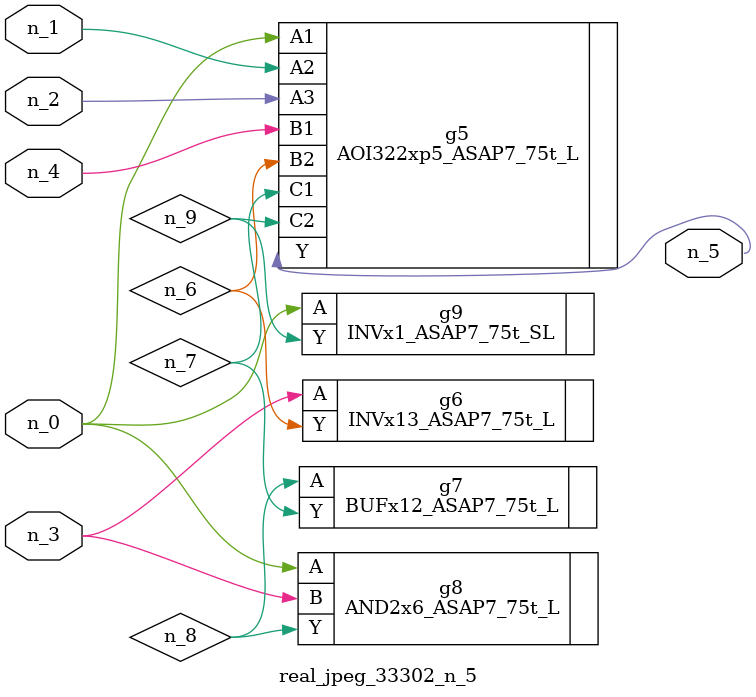
<source format=v>
module real_jpeg_33302_n_5 (n_4, n_0, n_1, n_2, n_3, n_5);

input n_4;
input n_0;
input n_1;
input n_2;
input n_3;

output n_5;

wire n_8;
wire n_6;
wire n_7;
wire n_9;

AOI322xp5_ASAP7_75t_L g5 ( 
.A1(n_0),
.A2(n_1),
.A3(n_2),
.B1(n_4),
.B2(n_6),
.C1(n_7),
.C2(n_9),
.Y(n_5)
);

AND2x6_ASAP7_75t_L g8 ( 
.A(n_0),
.B(n_3),
.Y(n_8)
);

INVx1_ASAP7_75t_SL g9 ( 
.A(n_0),
.Y(n_9)
);

INVx13_ASAP7_75t_L g6 ( 
.A(n_3),
.Y(n_6)
);

BUFx12_ASAP7_75t_L g7 ( 
.A(n_8),
.Y(n_7)
);


endmodule
</source>
